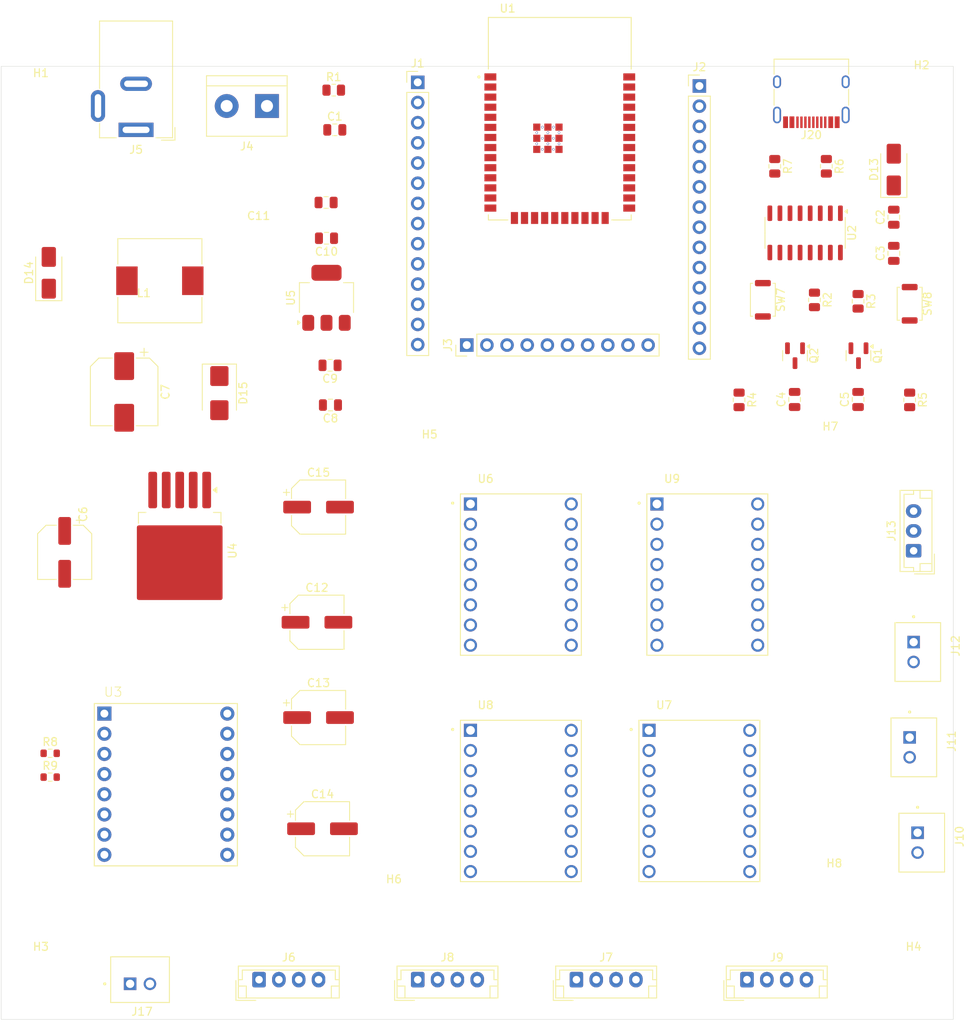
<source format=kicad_pcb>
(kicad_pcb (version 20241229) (generator "pcbnew") (generator_version "9.0")
  (layers (0 "F.Cu" signal) (2 "B.Cu" signal) (13 "F.Paste" user) (15 "B.Paste" user) (5 "F.SilkS" user "F.Silkscreen") (7 "B.SilkS" user "B.Silkscreen") (1 "F.Mask" user) (3 "B.Mask" user) (25 "Edge.Cuts" user))
  (net 0 "")
  (net 1 "GND")
  (net 2 "/EN")
  (net 3 "/3V3")
  (net 4 "Net-(U2-V3)")
  (net 5 "/0")
  (net 6 "Net-(D14-K)")
  (net 7 "/5V")
  (net 8 "/5V_P")
  (net 9 "/12V_P")
  (net 10 "/VBUSC")
  (net 11 "/12V")
  (net 12 "Net-(D15-K)")
  (net 13 "/25")
  (net 14 "/12")
  (net 15 "/14")
  (net 16 "/39")
  (net 17 "/36")
  (net 18 "/35")
  (net 19 "/27")
  (net 20 "/32")
  (net 21 "/26")
  (net 22 "/33")
  (net 23 "/34")
  (net 24 "/23")
  (net 25 "/21")
  (net 26 "/TXD")
  (net 28 "/22")
  (net 29 "/4")
  (net 30 "/18")
  (net 31 "/16")
  (net 32 "/17")
  (net 33 "/19")
  (net 34 "/RXD")
  (net 35 "/5")
  (net 39 "/2")
  (net 42 "/15")
  (net 44 "/13")
  (net 45 "/SM2_A1")
  (net 46 "/SM2_B1")
  (net 47 "/SM2_A2")
  (net 48 "/SM2_B2")
  (net 49 "/SM3_B2")
  (net 50 "/SM3_B1")
  (net 51 "/SM3_A1")
  (net 52 "/SM3_A2")
  (net 53 "/SM4_B1")
  (net 54 "/SM4_B2")
  (net 55 "/SM4_A1")
  (net 56 "/SM4_A2")
  (net 57 "/SM1_A2")
  (net 58 "/SM1_A1")
  (net 59 "/SM1_B2")
  (net 60 "/SM1_B1")
  (net 62 "/CC1")
  (net 63 "/DN1")
  (net 65 "/CC2")
  (net 66 "/DP1")
  (net 68 "/~{RTS}")
  (net 69 "Net-(Q1-Pad1)")
  (net 70 "Net-(Q2-Pad1)")
  (net 71 "/~{DTR}")
  (net 72 "Net-(U3-AI1)")
  (net 73 "Net-(U3-AI2)")
  (net 81 "/M1A")
  (net 82 "/M1B")
  (footprint "motor_driver:TB6612FNG" (layer "F.Cu") (at 70.626 137.85)
    (property "Reference" "U3")
    (property "Value" "TB6612FNG H-bridge Motor Driver")
  )
  (footprint "DRV8825_STEPPER_MOTOR_DRIVER_CARRIER (1):IC_DRV8825_STEPPER_MOTOR_DRIVER_CARRIER" (layer "F.Cu") (at 138 142.5)
    (property "Reference" "U7")
    (property "Value" "DRV8825_STEPPER_MOTOR_DRIVER_CARRIER")
  )
  (footprint "Package_TO_SOT_SMD:SOT-23" (layer "F.Cu") (at 150.05 86.4375 -90)
    (property "Reference" "Q2")
    (property "Value" "SS8050")
  )
  (footprint "2 Pin JST_Power&Motors:JST_B2B-XH-A_LF__SN_" (layer "F.Cu") (at 166.025 147.75 -90)
    (property "Reference" "J10")
    (property "Value" "B2B-XH-A_LF__SN_")
  )
  (footprint "Connector_JST:JST_EH_B4B-EH-A_1x04_P2.50mm_Vertical" (layer "F.Cu") (at 102.5 165)
    (property "Reference" "J8")
    (property "Value" "Conn_01x04_Pin")
  )
  (footprint "MountingHole:MountingHole_3.2mm_M3" (layer "F.Cu") (at 165 165)
    (property "Reference" "H4")
    (property "Value" "MountingHole")
  )
  (footprint "MountingHole:MountingHole_3.2mm_M3" (layer "F.Cu") (at 154.5 99.5)
    (property "Reference" "H7")
    (property "Value" "MountingHole")
  )
  (footprint "2 Pin JST_Power&Motors:JST_B2B-XH-A_LF__SN_" (layer "F.Cu") (at 165.025 135.75 -90)
    (property "Reference" "J11")
    (property "Value" "B2B-XH-A_LF__SN_")
  )
  (footprint "2 Pin JST_Power&Motors:JST_B2B-XH-A_LF__SN_" (layer "F.Cu") (at 67.5 165)
    (property "Reference" "J17")
    (property "Value" "B2B-XH-A_LF__SN_")
  )
  (footprint "Capacitor_SMD:C_0805_2012Metric" (layer "F.Cu") (at 92.05 58)
    (property "Reference" "C1")
    (property "Value" "0.1uF")
  )
  (footprint "MountingHole:MountingHole_3.2mm_M3" (layer "F.Cu") (at 166 54)
    (property "Reference" "H2")
    (property "Value" "MountingHole")
  )
  (footprint "Capacitor_SMD:C_0805_2012Metric" (layer "F.Cu") (at 91 71.65 180)
    (property "Reference" "C10")
    (property "Value" "0.1uF")
  )
  (footprint "Connector_PinHeader_2.54mm:PinHeader_1x10_P2.54mm_Vertical" (layer "F.Cu") (at 108.68 85.1 90)
    (property "Reference" "J3")
    (property "Value" "Conn_01x10" (hide yes))
  )
  (footprint "Resistor_SMD:R_0805_2012Metric" (layer "F.Cu") (at 147.5 62.5875 -90)
    (property "Reference" "R7")
    (property "Value" "5.1K")
  )
  (footprint "Capacitor_SMD:C_0805_2012Metric" (layer "F.Cu") (at 158 91.95 90)
    (property "Reference" "C5")
    (property "Value" "0.1uF")
  )
  (footprint "MountingHole:MountingHole_3.2mm_M3" (layer "F.Cu") (at 55 165)
    (property "Reference" "H3")
    (property "Value" "MountingHole")
  )
  (footprint "Capacitor_SMD:CP_Elec_6.3x7.7" (layer "F.Cu") (at 58 111.2 -90)
    (property "Reference" "C6")
    (property "Value" "100uF")
  )
  (footprint "Capacitor_SMD:C_0805_2012Metric" (layer "F.Cu") (at 162.5 73.55 90)
    (property "Reference" "C3")
    (property "Value" "0.1uF")
  )
  (footprint "MountingHole:MountingHole_3.2mm_M3" (layer "F.Cu") (at 104 100.5)
    (property "Reference" "H5")
    (property "Value" "MountingHole")
  )
  (footprint "Connector_PinHeader_2.54mm:PinHeader_1x14_P2.54mm_Vertical" (layer "F.Cu") (at 102.5 52.02)
    (property "Reference" "J1")
    (property "Value" "Conn_01x14")
  )
  (footprint "Resistor_SMD:R_0805_2012Metric" (layer "F.Cu") (at 158 79.5875 -90)
    (property "Reference" "R3")
    (property "Value" "10K")
  )
  (footprint "2 Pin JST_Power&Motors:JST_B2B-XH-A_LF__SN_" (layer "F.Cu") (at 165.525 123.75 -90)
    (property "Reference" "J12")
    (property "Value" "B2B-XH-A_LF__SN_")
  )
  (footprint "Capacitor_SMD:C_0805_2012Metric" (layer "F.Cu") (at 91.45 87.65 180)
    (property "Reference" "C9")
    (property "Value" "0.1uF")
  )
  (footprint "Diode_SMD:D_SMB" (layer "F.Cu") (at 77.5 91.15 -90)
    (property "Reference" "D15")
    (property "Value" "SS34")
  )
  (footprint "Resistor_SMD:R_0805_2012Metric" (layer "F.Cu") (at 154 62.5875 -90)
    (property "Reference" "R6")
    (property "Value" "5.1K")
  )
  (footprint "Connector_JST:JST_EH_B4B-EH-A_1x04_P2.50mm_Vertical" (layer "F.Cu") (at 144 165)
    (property "Reference" "J9")
    (property "Value" "Conn_01x04_Pin")
  )
  (footprint "MountingHole:MountingHole_3.2mm_M3" (layer "F.Cu") (at 55 55)
    (property "Reference" "H1")
    (property "Value" "MountingHole")
  )
  (footprint "Package_TO_SOT_SMD:TO-263-5_TabPin3" (layer "F.Cu") (at 72.5 111 -90)
    (property "Reference" "U4")
    (property "Value" "LM2576S-5")
  )
  (footprint "Package_TO_SOT_SMD:SOT-23" (layer "F.Cu") (at 158.05 86.4375 -90)
    (property "Reference" "Q1")
    (property "Value" "SS8050")
  )
  (footprint "ESP32-WROOM:XCVR_ESP32-WROOM-32E__4MB_HIGH_TEMP_" (layer "F.Cu") (at 120.405 56.6)
    (property "Reference" "U1")
    (property "Value" "ESP32-WROOM-32E" (hide yes))
  )
  (footprint "Connector_JST:JST_EH_B4B-EH-A_1x04_P2.50mm_Vertical" (layer "F.Cu") (at 82.5 165)
    (property "Reference" "J6")
    (property "Value" "Conn_01x04_Pin")
  )
  (footprint "DRV8825_STEPPER_MOTOR_DRIVER_CARRIER (1):IC_DRV8825_STEPPER_MOTOR_DRIVER_CARRIER" (layer "F.Cu") (at 139 114)
    (property "Reference" "U9")
    (property "Value" "DRV8825_STEPPER_MOTOR_DRIVER_CARRIER")
  )
  (footprint "Connector_JST:JST_EH_B4B-EH-A_1x04_P2.50mm_Vertical" (layer "F.Cu") (at 122.5 165)
    (property "Reference" "J7")
    (property "Value" "Conn_01x04_Pin")
  )
  (footprint "Button_Switch_SMD:SW_Push_SPST_NO_Alps_SKRK" (layer "F.Cu") (at 146 79.4 -90)
    (property "Reference" "SW7")
    (property "Value" "SW_0")
  )
  (footprint "DRV8825_STEPPER_MOTOR_DRIVER_CARRIER (1):IC_DRV8825_STEPPER_MOTOR_DRIVER_CARRIER" (layer "F.Cu") (at 115.5 114)
    (property "Reference" "U6")
    (property "Value" "DRV8825_STEPPER_MOTOR_DRIVER_CARRIER")
  )
  (footprint "Resistor_SMD:R_0603_1608Metric" (layer "F.Cu") (at 56.175 139.5)
    (property "Reference" "R9")
    (property "Value" "1k")
  )
  (footprint "MountingHole:MountingHole_3.2mm_M3" (layer "F.Cu") (at 155 154.5)
    (property "Reference" "H8")
    (property "Value" "MountingHole")
  )
  (footprint "Connector_BarrelJack:BarrelJack_Wuerth_6941xx301002" (layer "F.Cu") (at 67 58 180)
    (property "Reference" "J5")
    (property "Value" "DCJ200-10-A-XX-X_REVA")
  )
  (footprint "Package_SO:SOIC-16_3.9x9.9mm_P1.27mm" (layer "F.Cu") (at 151.325 70.975 -90)
    (property "Reference" "U2")
    (property "Value" "CH340C")
  )
  (footprint "Capacitor_SMD:C_0805_2012Metric" (layer "F.Cu") (at 150 91.95 90)
    (property "Reference" "C4")
    (property "Value" "0.1uF")
  )
  (footprint "Capacitor_SMD:CP_Elec_6.3x7.7" (layer "F.Cu") (at 90.5 146)
    (property "Reference" "C14")
    (property "Value" "100u")
  )
  (footprint "Resistor_SMD:R_0805_2012Metric" (layer "F.Cu") (at 91.9125 53)
    (property "Reference" "R1")
    (property "Value" "10K")
  )
  (footprint "Resistor_SMD:R_0805_2012Metric" (layer "F.Cu") (at 164.5 92 -90)
    (property "Reference" "R5")
    (property "Value" "10K")
  )
  (footprint "Button_Switch_SMD:SW_Push_SPST_NO_Alps_SKRK" (layer "F.Cu") (at 164.5 79.9 -90)
    (property "Reference" "SW8")
    (property "Value" "SW_EN")
  )
  (footprint "Resistor_SMD:R_0805_2012Metric" (layer "F.Cu") (at 152.5 79.4125 -90)
    (property "Reference" "R2")
    (property "Value" "10K")
  )
  (footprint "Capacitor_SMD:CP_Elec_6.3x7.7" (layer "F.Cu") (at 90 132)
    (property "Reference" "C13")
    (property "Value" "100u")
  )
  (footprint "Connector_JST:JST_EH_B3B-EH-A_1x03_P2.50mm_Vertical" (layer "F.Cu") (at 165 111 90)
    (property "Reference" "J13")
    (property "Value" "Conn_01x03_Pin")
  )
  (footprint "DRV8825_STEPPER_MOTOR_DRIVER_CARRIER (1):IC_DRV8825_STEPPER_MOTOR_DRIVER_CARRIER" (layer "F.Cu") (at 115.5 142.5)
    (property "Reference" "U8")
    (property "Value" "DRV8825_STEPPER_MOTOR_DRIVER_CARRIER")
  )
  (footprint "Connector_PinHeader_2.54mm:PinHeader_1x14_P2.54mm_Vertical" (layer "F.Cu") (at 138 52.48)
    (property "Reference" "J2")
    (property "Value" "Conn_01x14")
  )
  (footprint "Diode_SMD:D_SMA" (layer "F.Cu") (at 162.5 63 90)
    (property "Reference" "D13")
    (property "Value" "SS14")
  )
  (footprint "Diode_SMD:D_SMA" (layer "F.Cu") (at 56 76 90)
    (property "Reference" "D14")
    (property "Value" "SS24")
  )
  (footprint "Capacitor_SMD:CP_Elec_8x10" (layer "F.Cu") (at 65.5 91 -90)
    (property "Reference" "C7")
    (property "Value" "470uF")
  )
  (footprint "Resistor_SMD:R_0603_1608Metric" (layer "F.Cu") (at 56.175 136.5)
    (property "Reference" "R8")
    (property "Value" "1k")
  )
  (footprint "Capacitor_SMD:C_0805_2012Metric" (layer "F.Cu") (at 90.95 67.15 180)
    (property "Reference" "C11")
    (property "Value" "22uF")
  )
  (footprint "MountingHole:MountingHole_3.2mm_M3" (layer "F.Cu") (at 99.5 156.5)
    (property "Reference" "H6")
    (property "Value" "MountingHole")
  )
  (footprint "Capacitor_SMD:CP_Elec_6.3x7.7" (layer "F.Cu") (at 89.8 120)
    (property "Reference" "C12")
    (property "Value" "100u")
  )
  (footprint "Resistor_SMD:R_0805_2012Metric" (layer "F.Cu") (at 143 92 -90)
    (property "Reference" "R4")
    (property "Value" "10K")
  )
  (footprint "Inductor_SMD:L_10.4x10.4_H4.8" (layer "F.Cu") (at 70 77 180)
    (property "Reference" "L1")
    (property "Value" "100uH")
  )
  (footprint "Capacitor_SMD:C_0805_2012Metric" (layer "F.Cu") (at 91.5 92.65 180)
    (property "Reference" "C8")
    (property "Value" "10uF")
  )
  (footprint "Package_TO_SOT_SMD:SOT-223-3_TabPin2" (layer "F.Cu") (at 91 79.15 90)
    (property "Reference" "U5")
    (property "Value" "AMS1117-3.3")
  )
  (footprint "TerminalBlock:TerminalBlock_bornier-2_P5.08mm" (layer "F.Cu") (at 83.5 55 180)
    (property "Reference" "J4")
    (property "Value" "Screw_Terminal_01x02")
  )
  (footprint "Connector_USB:USB_C_Receptacle_HRO_TYPE-C-31-M-12" (layer "F.Cu") (at 152.11 53 180)
    (property "Reference" "J20")
    (property "Value" "TYPE-C-31-M-12")
  )
  (footprint "Capacitor_SMD:CP_Elec_6.3x7.7" (layer "F.Cu") (at 90 105.5)
    (property "Reference" "C15")
    (property "Value" "100u")
  )
  (footprint "Capacitor_SMD:C_0805_2012Metric" (layer "F.Cu") (at 162.5 69 90)
    (property "Reference" "C2")
    (property "Value" "0.1uF")
  )
  (gr_rect (start 50 50) (end 170 170) (stroke (width 0.05)) (fill no) (layer "Edge.Cuts"))
  (segment (start 102.5 54.56) (end 102.54 54.6) (width 0.3) (layer "F.Cu") (net 3))
  (segment (start 138 85.5) (end 138 84.781529) (width 0.3) (layer "F.Cu") (net 5))
  (segment (start 111.06 64.04) (end 111.655 64.04) (width 0.3) (layer "F.Cu") (net 21))
  (segment (start 111.1 61.5) (end 111.655 61.5) (width 0.3) (layer "F.Cu") (net 22))
)
</source>
